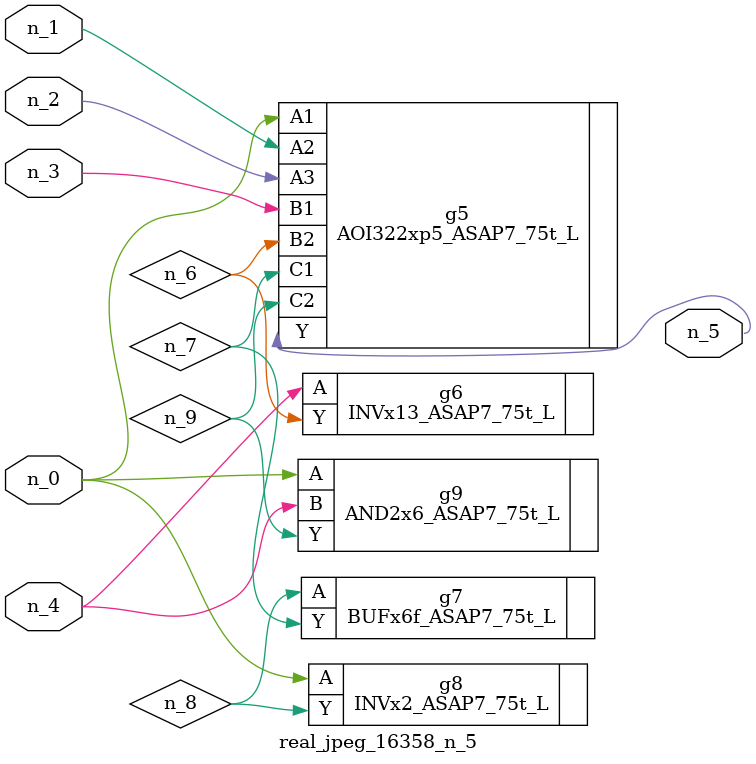
<source format=v>
module real_jpeg_16358_n_5 (n_4, n_0, n_1, n_2, n_3, n_5);

input n_4;
input n_0;
input n_1;
input n_2;
input n_3;

output n_5;

wire n_8;
wire n_6;
wire n_7;
wire n_9;

AOI322xp5_ASAP7_75t_L g5 ( 
.A1(n_0),
.A2(n_1),
.A3(n_2),
.B1(n_3),
.B2(n_6),
.C1(n_7),
.C2(n_9),
.Y(n_5)
);

INVx2_ASAP7_75t_L g8 ( 
.A(n_0),
.Y(n_8)
);

AND2x6_ASAP7_75t_L g9 ( 
.A(n_0),
.B(n_4),
.Y(n_9)
);

INVx13_ASAP7_75t_L g6 ( 
.A(n_4),
.Y(n_6)
);

BUFx6f_ASAP7_75t_L g7 ( 
.A(n_8),
.Y(n_7)
);


endmodule
</source>
